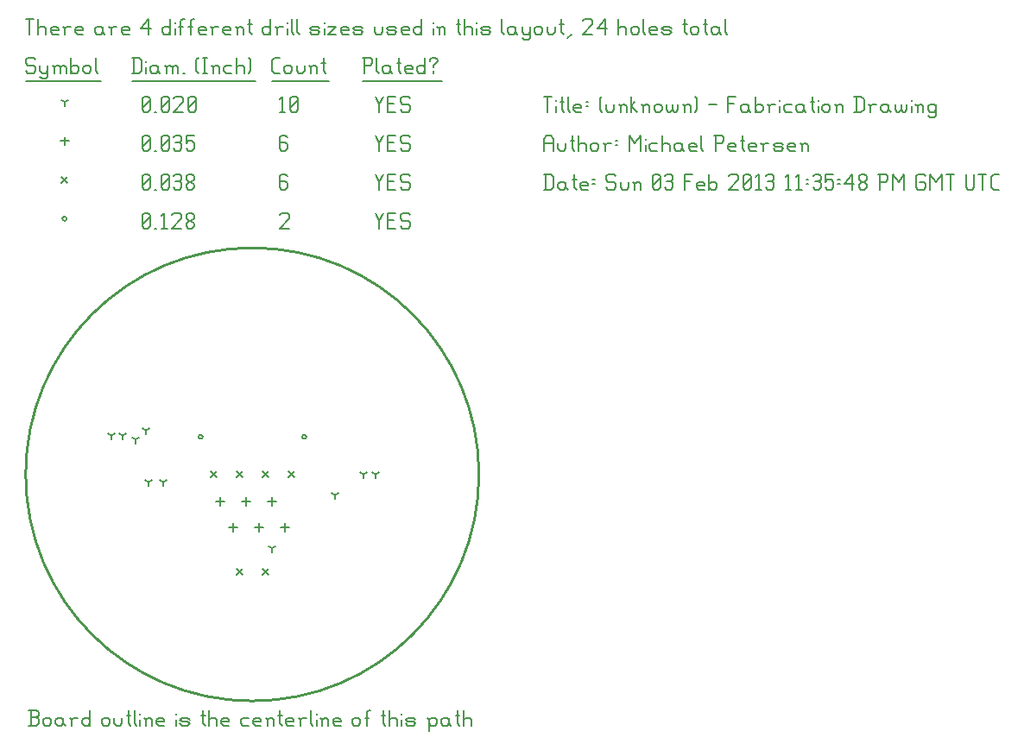
<source format=gbr>
G04 start of page 12 for group -3984 idx -3984 *
G04 Title: (unknown), fab *
G04 Creator: pcb 20110918 *
G04 CreationDate: Sun 03 Feb 2013 11:35:48 PM GMT UTC *
G04 For: petersen *
G04 Format: Gerber/RS-274X *
G04 PCB-Dimensions: 175000 175000 *
G04 PCB-Coordinate-Origin: lower left *
%MOIN*%
%FSLAX25Y25*%
%LNFAB*%
%ADD57C,0.0100*%
%ADD56C,0.0075*%
%ADD55C,0.0060*%
%ADD54R,0.0080X0.0080*%
G54D54*X106700Y102000D02*G75*G03X108300Y102000I800J0D01*G01*
G75*G03X106700Y102000I-800J0D01*G01*
X66700D02*G75*G03X68300Y102000I800J0D01*G01*
G75*G03X66700Y102000I-800J0D01*G01*
X14200Y186250D02*G75*G03X15800Y186250I800J0D01*G01*
G75*G03X14200Y186250I-800J0D01*G01*
G54D55*X135000Y188500D02*X136500Y185500D01*
X138000Y188500D01*
X136500Y185500D02*Y182500D01*
X139800Y185800D02*X142050D01*
X139800Y182500D02*X142800D01*
X139800Y188500D02*Y182500D01*
Y188500D02*X142800D01*
X147600D02*X148350Y187750D01*
X145350Y188500D02*X147600D01*
X144600Y187750D02*X145350Y188500D01*
X144600Y187750D02*Y186250D01*
X145350Y185500D01*
X147600D01*
X148350Y184750D01*
Y183250D01*
X147600Y182500D02*X148350Y183250D01*
X145350Y182500D02*X147600D01*
X144600Y183250D02*X145350Y182500D01*
X98000Y187750D02*X98750Y188500D01*
X101000D01*
X101750Y187750D01*
Y186250D01*
X98000Y182500D02*X101750Y186250D01*
X98000Y182500D02*X101750D01*
X45000Y183250D02*X45750Y182500D01*
X45000Y187750D02*Y183250D01*
Y187750D02*X45750Y188500D01*
X47250D01*
X48000Y187750D01*
Y183250D01*
X47250Y182500D02*X48000Y183250D01*
X45750Y182500D02*X47250D01*
X45000Y184000D02*X48000Y187000D01*
X49800Y182500D02*X50550D01*
X52350Y187300D02*X53550Y188500D01*
Y182500D01*
X52350D02*X54600D01*
X56400Y187750D02*X57150Y188500D01*
X59400D01*
X60150Y187750D01*
Y186250D01*
X56400Y182500D02*X60150Y186250D01*
X56400Y182500D02*X60150D01*
X61950Y183250D02*X62700Y182500D01*
X61950Y184450D02*Y183250D01*
Y184450D02*X63000Y185500D01*
X63900D01*
X64950Y184450D01*
Y183250D01*
X64200Y182500D02*X64950Y183250D01*
X62700Y182500D02*X64200D01*
X61950Y186550D02*X63000Y185500D01*
X61950Y187750D02*Y186550D01*
Y187750D02*X62700Y188500D01*
X64200D01*
X64950Y187750D01*
Y186550D01*
X63900Y185500D02*X64950Y186550D01*
X81300Y51200D02*X83700Y48800D01*
X81300D02*X83700Y51200D01*
X91300D02*X93700Y48800D01*
X91300D02*X93700Y51200D01*
X71300Y88700D02*X73700Y86300D01*
X71300D02*X73700Y88700D01*
X81300D02*X83700Y86300D01*
X81300D02*X83700Y88700D01*
X91300D02*X93700Y86300D01*
X91300D02*X93700Y88700D01*
X101300D02*X103700Y86300D01*
X101300D02*X103700Y88700D01*
X13800Y202450D02*X16200Y200050D01*
X13800D02*X16200Y202450D01*
X135000Y203500D02*X136500Y200500D01*
X138000Y203500D01*
X136500Y200500D02*Y197500D01*
X139800Y200800D02*X142050D01*
X139800Y197500D02*X142800D01*
X139800Y203500D02*Y197500D01*
Y203500D02*X142800D01*
X147600D02*X148350Y202750D01*
X145350Y203500D02*X147600D01*
X144600Y202750D02*X145350Y203500D01*
X144600Y202750D02*Y201250D01*
X145350Y200500D01*
X147600D01*
X148350Y199750D01*
Y198250D01*
X147600Y197500D02*X148350Y198250D01*
X145350Y197500D02*X147600D01*
X144600Y198250D02*X145350Y197500D01*
X100250Y203500D02*X101000Y202750D01*
X98750Y203500D02*X100250D01*
X98000Y202750D02*X98750Y203500D01*
X98000Y202750D02*Y198250D01*
X98750Y197500D01*
X100250Y200800D02*X101000Y200050D01*
X98000Y200800D02*X100250D01*
X98750Y197500D02*X100250D01*
X101000Y198250D01*
Y200050D02*Y198250D01*
X45000D02*X45750Y197500D01*
X45000Y202750D02*Y198250D01*
Y202750D02*X45750Y203500D01*
X47250D01*
X48000Y202750D01*
Y198250D01*
X47250Y197500D02*X48000Y198250D01*
X45750Y197500D02*X47250D01*
X45000Y199000D02*X48000Y202000D01*
X49800Y197500D02*X50550D01*
X52350Y198250D02*X53100Y197500D01*
X52350Y202750D02*Y198250D01*
Y202750D02*X53100Y203500D01*
X54600D01*
X55350Y202750D01*
Y198250D01*
X54600Y197500D02*X55350Y198250D01*
X53100Y197500D02*X54600D01*
X52350Y199000D02*X55350Y202000D01*
X57150Y202750D02*X57900Y203500D01*
X59400D01*
X60150Y202750D01*
X59400Y197500D02*X60150Y198250D01*
X57900Y197500D02*X59400D01*
X57150Y198250D02*X57900Y197500D01*
Y200800D02*X59400D01*
X60150Y202750D02*Y201550D01*
Y200050D02*Y198250D01*
Y200050D02*X59400Y200800D01*
X60150Y201550D02*X59400Y200800D01*
X61950Y198250D02*X62700Y197500D01*
X61950Y199450D02*Y198250D01*
Y199450D02*X63000Y200500D01*
X63900D01*
X64950Y199450D01*
Y198250D01*
X64200Y197500D02*X64950Y198250D01*
X62700Y197500D02*X64200D01*
X61950Y201550D02*X63000Y200500D01*
X61950Y202750D02*Y201550D01*
Y202750D02*X62700Y203500D01*
X64200D01*
X64950Y202750D01*
Y201550D01*
X63900Y200500D02*X64950Y201550D01*
X100000Y68600D02*Y65400D01*
X98400Y67000D02*X101600D01*
X95000Y78600D02*Y75400D01*
X93400Y77000D02*X96600D01*
X90000Y68600D02*Y65400D01*
X88400Y67000D02*X91600D01*
X85000Y78600D02*Y75400D01*
X83400Y77000D02*X86600D01*
X80000Y68600D02*Y65400D01*
X78400Y67000D02*X81600D01*
X75000Y78600D02*Y75400D01*
X73400Y77000D02*X76600D01*
X15000Y217850D02*Y214650D01*
X13400Y216250D02*X16600D01*
X135000Y218500D02*X136500Y215500D01*
X138000Y218500D01*
X136500Y215500D02*Y212500D01*
X139800Y215800D02*X142050D01*
X139800Y212500D02*X142800D01*
X139800Y218500D02*Y212500D01*
Y218500D02*X142800D01*
X147600D02*X148350Y217750D01*
X145350Y218500D02*X147600D01*
X144600Y217750D02*X145350Y218500D01*
X144600Y217750D02*Y216250D01*
X145350Y215500D01*
X147600D01*
X148350Y214750D01*
Y213250D01*
X147600Y212500D02*X148350Y213250D01*
X145350Y212500D02*X147600D01*
X144600Y213250D02*X145350Y212500D01*
X100250Y218500D02*X101000Y217750D01*
X98750Y218500D02*X100250D01*
X98000Y217750D02*X98750Y218500D01*
X98000Y217750D02*Y213250D01*
X98750Y212500D01*
X100250Y215800D02*X101000Y215050D01*
X98000Y215800D02*X100250D01*
X98750Y212500D02*X100250D01*
X101000Y213250D01*
Y215050D02*Y213250D01*
X45000D02*X45750Y212500D01*
X45000Y217750D02*Y213250D01*
Y217750D02*X45750Y218500D01*
X47250D01*
X48000Y217750D01*
Y213250D01*
X47250Y212500D02*X48000Y213250D01*
X45750Y212500D02*X47250D01*
X45000Y214000D02*X48000Y217000D01*
X49800Y212500D02*X50550D01*
X52350Y213250D02*X53100Y212500D01*
X52350Y217750D02*Y213250D01*
Y217750D02*X53100Y218500D01*
X54600D01*
X55350Y217750D01*
Y213250D01*
X54600Y212500D02*X55350Y213250D01*
X53100Y212500D02*X54600D01*
X52350Y214000D02*X55350Y217000D01*
X57150Y217750D02*X57900Y218500D01*
X59400D01*
X60150Y217750D01*
X59400Y212500D02*X60150Y213250D01*
X57900Y212500D02*X59400D01*
X57150Y213250D02*X57900Y212500D01*
Y215800D02*X59400D01*
X60150Y217750D02*Y216550D01*
Y215050D02*Y213250D01*
Y215050D02*X59400Y215800D01*
X60150Y216550D02*X59400Y215800D01*
X61950Y218500D02*X64950D01*
X61950D02*Y215500D01*
X62700Y216250D01*
X64200D01*
X64950Y215500D01*
Y213250D01*
X64200Y212500D02*X64950Y213250D01*
X62700Y212500D02*X64200D01*
X61950Y213250D02*X62700Y212500D01*
X95000Y59000D02*Y57400D01*
Y59000D02*X96387Y59800D01*
X95000Y59000D02*X93613Y59800D01*
X53000Y84500D02*Y82900D01*
Y84500D02*X54387Y85300D01*
X53000Y84500D02*X51613Y85300D01*
X47500Y84500D02*Y82900D01*
Y84500D02*X48887Y85300D01*
X47500Y84500D02*X46113Y85300D01*
X46500Y104500D02*Y102900D01*
Y104500D02*X47887Y105300D01*
X46500Y104500D02*X45113Y105300D01*
X42500Y101000D02*Y99400D01*
Y101000D02*X43887Y101800D01*
X42500Y101000D02*X41113Y101800D01*
X37500Y102500D02*Y100900D01*
Y102500D02*X38887Y103300D01*
X37500Y102500D02*X36113Y103300D01*
X33000Y102500D02*Y100900D01*
Y102500D02*X34387Y103300D01*
X33000Y102500D02*X31613Y103300D01*
X119500Y79500D02*Y77900D01*
Y79500D02*X120887Y80300D01*
X119500Y79500D02*X118113Y80300D01*
X130500Y87500D02*Y85900D01*
Y87500D02*X131887Y88300D01*
X130500Y87500D02*X129113Y88300D01*
X135000Y87500D02*Y85900D01*
Y87500D02*X136387Y88300D01*
X135000Y87500D02*X133613Y88300D01*
X15000Y231250D02*Y229650D01*
Y231250D02*X16387Y232050D01*
X15000Y231250D02*X13613Y232050D01*
X135000Y233500D02*X136500Y230500D01*
X138000Y233500D01*
X136500Y230500D02*Y227500D01*
X139800Y230800D02*X142050D01*
X139800Y227500D02*X142800D01*
X139800Y233500D02*Y227500D01*
Y233500D02*X142800D01*
X147600D02*X148350Y232750D01*
X145350Y233500D02*X147600D01*
X144600Y232750D02*X145350Y233500D01*
X144600Y232750D02*Y231250D01*
X145350Y230500D01*
X147600D01*
X148350Y229750D01*
Y228250D01*
X147600Y227500D02*X148350Y228250D01*
X145350Y227500D02*X147600D01*
X144600Y228250D02*X145350Y227500D01*
X98000Y232300D02*X99200Y233500D01*
Y227500D01*
X98000D02*X100250D01*
X102050Y228250D02*X102800Y227500D01*
X102050Y232750D02*Y228250D01*
Y232750D02*X102800Y233500D01*
X104300D01*
X105050Y232750D01*
Y228250D01*
X104300Y227500D02*X105050Y228250D01*
X102800Y227500D02*X104300D01*
X102050Y229000D02*X105050Y232000D01*
X45000Y228250D02*X45750Y227500D01*
X45000Y232750D02*Y228250D01*
Y232750D02*X45750Y233500D01*
X47250D01*
X48000Y232750D01*
Y228250D01*
X47250Y227500D02*X48000Y228250D01*
X45750Y227500D02*X47250D01*
X45000Y229000D02*X48000Y232000D01*
X49800Y227500D02*X50550D01*
X52350Y228250D02*X53100Y227500D01*
X52350Y232750D02*Y228250D01*
Y232750D02*X53100Y233500D01*
X54600D01*
X55350Y232750D01*
Y228250D01*
X54600Y227500D02*X55350Y228250D01*
X53100Y227500D02*X54600D01*
X52350Y229000D02*X55350Y232000D01*
X57150Y232750D02*X57900Y233500D01*
X60150D01*
X60900Y232750D01*
Y231250D01*
X57150Y227500D02*X60900Y231250D01*
X57150Y227500D02*X60900D01*
X62700Y228250D02*X63450Y227500D01*
X62700Y232750D02*Y228250D01*
Y232750D02*X63450Y233500D01*
X64950D01*
X65700Y232750D01*
Y228250D01*
X64950Y227500D02*X65700Y228250D01*
X63450Y227500D02*X64950D01*
X62700Y229000D02*X65700Y232000D01*
X3000Y248500D02*X3750Y247750D01*
X750Y248500D02*X3000D01*
X0Y247750D02*X750Y248500D01*
X0Y247750D02*Y246250D01*
X750Y245500D01*
X3000D01*
X3750Y244750D01*
Y243250D01*
X3000Y242500D02*X3750Y243250D01*
X750Y242500D02*X3000D01*
X0Y243250D02*X750Y242500D01*
X5550Y245500D02*Y243250D01*
X6300Y242500D01*
X8550Y245500D02*Y241000D01*
X7800Y240250D02*X8550Y241000D01*
X6300Y240250D02*X7800D01*
X5550Y241000D02*X6300Y240250D01*
Y242500D02*X7800D01*
X8550Y243250D01*
X11100Y244750D02*Y242500D01*
Y244750D02*X11850Y245500D01*
X12600D01*
X13350Y244750D01*
Y242500D01*
Y244750D02*X14100Y245500D01*
X14850D01*
X15600Y244750D01*
Y242500D01*
X10350Y245500D02*X11100Y244750D01*
X17400Y248500D02*Y242500D01*
Y243250D02*X18150Y242500D01*
X19650D01*
X20400Y243250D01*
Y244750D02*Y243250D01*
X19650Y245500D02*X20400Y244750D01*
X18150Y245500D02*X19650D01*
X17400Y244750D02*X18150Y245500D01*
X22200Y244750D02*Y243250D01*
Y244750D02*X22950Y245500D01*
X24450D01*
X25200Y244750D01*
Y243250D01*
X24450Y242500D02*X25200Y243250D01*
X22950Y242500D02*X24450D01*
X22200Y243250D02*X22950Y242500D01*
X27000Y248500D02*Y243250D01*
X27750Y242500D01*
X0Y239250D02*X29250D01*
X41750Y248500D02*Y242500D01*
X43700Y248500D02*X44750Y247450D01*
Y243550D01*
X43700Y242500D02*X44750Y243550D01*
X41000Y242500D02*X43700D01*
X41000Y248500D02*X43700D01*
G54D56*X46550Y247000D02*Y246850D01*
G54D55*Y244750D02*Y242500D01*
X50300Y245500D02*X51050Y244750D01*
X48800Y245500D02*X50300D01*
X48050Y244750D02*X48800Y245500D01*
X48050Y244750D02*Y243250D01*
X48800Y242500D01*
X51050Y245500D02*Y243250D01*
X51800Y242500D01*
X48800D02*X50300D01*
X51050Y243250D01*
X54350Y244750D02*Y242500D01*
Y244750D02*X55100Y245500D01*
X55850D01*
X56600Y244750D01*
Y242500D01*
Y244750D02*X57350Y245500D01*
X58100D01*
X58850Y244750D01*
Y242500D01*
X53600Y245500D02*X54350Y244750D01*
X60650Y242500D02*X61400D01*
X65900Y243250D02*X66650Y242500D01*
X65900Y247750D02*X66650Y248500D01*
X65900Y247750D02*Y243250D01*
X68450Y248500D02*X69950D01*
X69200D02*Y242500D01*
X68450D02*X69950D01*
X72500Y244750D02*Y242500D01*
Y244750D02*X73250Y245500D01*
X74000D01*
X74750Y244750D01*
Y242500D01*
X71750Y245500D02*X72500Y244750D01*
X77300Y245500D02*X79550D01*
X76550Y244750D02*X77300Y245500D01*
X76550Y244750D02*Y243250D01*
X77300Y242500D01*
X79550D01*
X81350Y248500D02*Y242500D01*
Y244750D02*X82100Y245500D01*
X83600D01*
X84350Y244750D01*
Y242500D01*
X86150Y248500D02*X86900Y247750D01*
Y243250D01*
X86150Y242500D02*X86900Y243250D01*
X41000Y239250D02*X88700D01*
X96050Y242500D02*X98000D01*
X95000Y243550D02*X96050Y242500D01*
X95000Y247450D02*Y243550D01*
Y247450D02*X96050Y248500D01*
X98000D01*
X99800Y244750D02*Y243250D01*
Y244750D02*X100550Y245500D01*
X102050D01*
X102800Y244750D01*
Y243250D01*
X102050Y242500D02*X102800Y243250D01*
X100550Y242500D02*X102050D01*
X99800Y243250D02*X100550Y242500D01*
X104600Y245500D02*Y243250D01*
X105350Y242500D01*
X106850D01*
X107600Y243250D01*
Y245500D02*Y243250D01*
X110150Y244750D02*Y242500D01*
Y244750D02*X110900Y245500D01*
X111650D01*
X112400Y244750D01*
Y242500D01*
X109400Y245500D02*X110150Y244750D01*
X114950Y248500D02*Y243250D01*
X115700Y242500D01*
X114200Y246250D02*X115700D01*
X95000Y239250D02*X117200D01*
X130750Y248500D02*Y242500D01*
X130000Y248500D02*X133000D01*
X133750Y247750D01*
Y246250D01*
X133000Y245500D02*X133750Y246250D01*
X130750Y245500D02*X133000D01*
X135550Y248500D02*Y243250D01*
X136300Y242500D01*
X140050Y245500D02*X140800Y244750D01*
X138550Y245500D02*X140050D01*
X137800Y244750D02*X138550Y245500D01*
X137800Y244750D02*Y243250D01*
X138550Y242500D01*
X140800Y245500D02*Y243250D01*
X141550Y242500D01*
X138550D02*X140050D01*
X140800Y243250D01*
X144100Y248500D02*Y243250D01*
X144850Y242500D01*
X143350Y246250D02*X144850D01*
X147100Y242500D02*X149350D01*
X146350Y243250D02*X147100Y242500D01*
X146350Y244750D02*Y243250D01*
Y244750D02*X147100Y245500D01*
X148600D01*
X149350Y244750D01*
X146350Y244000D02*X149350D01*
Y244750D02*Y244000D01*
X154150Y248500D02*Y242500D01*
X153400D02*X154150Y243250D01*
X151900Y242500D02*X153400D01*
X151150Y243250D02*X151900Y242500D01*
X151150Y244750D02*Y243250D01*
Y244750D02*X151900Y245500D01*
X153400D01*
X154150Y244750D01*
X157450Y245500D02*Y244750D01*
Y243250D02*Y242500D01*
X155950Y247750D02*Y247000D01*
Y247750D02*X156700Y248500D01*
X158200D01*
X158950Y247750D01*
Y247000D01*
X157450Y245500D02*X158950Y247000D01*
X130000Y239250D02*X160750D01*
X0Y263500D02*X3000D01*
X1500D02*Y257500D01*
X4800Y263500D02*Y257500D01*
Y259750D02*X5550Y260500D01*
X7050D01*
X7800Y259750D01*
Y257500D01*
X10350D02*X12600D01*
X9600Y258250D02*X10350Y257500D01*
X9600Y259750D02*Y258250D01*
Y259750D02*X10350Y260500D01*
X11850D01*
X12600Y259750D01*
X9600Y259000D02*X12600D01*
Y259750D02*Y259000D01*
X15150Y259750D02*Y257500D01*
Y259750D02*X15900Y260500D01*
X17400D01*
X14400D02*X15150Y259750D01*
X19950Y257500D02*X22200D01*
X19200Y258250D02*X19950Y257500D01*
X19200Y259750D02*Y258250D01*
Y259750D02*X19950Y260500D01*
X21450D01*
X22200Y259750D01*
X19200Y259000D02*X22200D01*
Y259750D02*Y259000D01*
X28950Y260500D02*X29700Y259750D01*
X27450Y260500D02*X28950D01*
X26700Y259750D02*X27450Y260500D01*
X26700Y259750D02*Y258250D01*
X27450Y257500D01*
X29700Y260500D02*Y258250D01*
X30450Y257500D01*
X27450D02*X28950D01*
X29700Y258250D01*
X33000Y259750D02*Y257500D01*
Y259750D02*X33750Y260500D01*
X35250D01*
X32250D02*X33000Y259750D01*
X37800Y257500D02*X40050D01*
X37050Y258250D02*X37800Y257500D01*
X37050Y259750D02*Y258250D01*
Y259750D02*X37800Y260500D01*
X39300D01*
X40050Y259750D01*
X37050Y259000D02*X40050D01*
Y259750D02*Y259000D01*
X44550Y259750D02*X47550Y263500D01*
X44550Y259750D02*X48300D01*
X47550Y263500D02*Y257500D01*
X55800Y263500D02*Y257500D01*
X55050D02*X55800Y258250D01*
X53550Y257500D02*X55050D01*
X52800Y258250D02*X53550Y257500D01*
X52800Y259750D02*Y258250D01*
Y259750D02*X53550Y260500D01*
X55050D01*
X55800Y259750D01*
G54D56*X57600Y262000D02*Y261850D01*
G54D55*Y259750D02*Y257500D01*
X59850Y262750D02*Y257500D01*
Y262750D02*X60600Y263500D01*
X61350D01*
X59100Y260500D02*X60600D01*
X63600Y262750D02*Y257500D01*
Y262750D02*X64350Y263500D01*
X65100D01*
X62850Y260500D02*X64350D01*
X67350Y257500D02*X69600D01*
X66600Y258250D02*X67350Y257500D01*
X66600Y259750D02*Y258250D01*
Y259750D02*X67350Y260500D01*
X68850D01*
X69600Y259750D01*
X66600Y259000D02*X69600D01*
Y259750D02*Y259000D01*
X72150Y259750D02*Y257500D01*
Y259750D02*X72900Y260500D01*
X74400D01*
X71400D02*X72150Y259750D01*
X76950Y257500D02*X79200D01*
X76200Y258250D02*X76950Y257500D01*
X76200Y259750D02*Y258250D01*
Y259750D02*X76950Y260500D01*
X78450D01*
X79200Y259750D01*
X76200Y259000D02*X79200D01*
Y259750D02*Y259000D01*
X81750Y259750D02*Y257500D01*
Y259750D02*X82500Y260500D01*
X83250D01*
X84000Y259750D01*
Y257500D01*
X81000Y260500D02*X81750Y259750D01*
X86550Y263500D02*Y258250D01*
X87300Y257500D01*
X85800Y261250D02*X87300D01*
X94500Y263500D02*Y257500D01*
X93750D02*X94500Y258250D01*
X92250Y257500D02*X93750D01*
X91500Y258250D02*X92250Y257500D01*
X91500Y259750D02*Y258250D01*
Y259750D02*X92250Y260500D01*
X93750D01*
X94500Y259750D01*
X97050D02*Y257500D01*
Y259750D02*X97800Y260500D01*
X99300D01*
X96300D02*X97050Y259750D01*
G54D56*X101100Y262000D02*Y261850D01*
G54D55*Y259750D02*Y257500D01*
X102600Y263500D02*Y258250D01*
X103350Y257500D01*
X104850Y263500D02*Y258250D01*
X105600Y257500D01*
X110550D02*X112800D01*
X113550Y258250D01*
X112800Y259000D02*X113550Y258250D01*
X110550Y259000D02*X112800D01*
X109800Y259750D02*X110550Y259000D01*
X109800Y259750D02*X110550Y260500D01*
X112800D01*
X113550Y259750D01*
X109800Y258250D02*X110550Y257500D01*
G54D56*X115350Y262000D02*Y261850D01*
G54D55*Y259750D02*Y257500D01*
X116850Y260500D02*X119850D01*
X116850Y257500D02*X119850Y260500D01*
X116850Y257500D02*X119850D01*
X122400D02*X124650D01*
X121650Y258250D02*X122400Y257500D01*
X121650Y259750D02*Y258250D01*
Y259750D02*X122400Y260500D01*
X123900D01*
X124650Y259750D01*
X121650Y259000D02*X124650D01*
Y259750D02*Y259000D01*
X127200Y257500D02*X129450D01*
X130200Y258250D01*
X129450Y259000D02*X130200Y258250D01*
X127200Y259000D02*X129450D01*
X126450Y259750D02*X127200Y259000D01*
X126450Y259750D02*X127200Y260500D01*
X129450D01*
X130200Y259750D01*
X126450Y258250D02*X127200Y257500D01*
X134700Y260500D02*Y258250D01*
X135450Y257500D01*
X136950D01*
X137700Y258250D01*
Y260500D02*Y258250D01*
X140250Y257500D02*X142500D01*
X143250Y258250D01*
X142500Y259000D02*X143250Y258250D01*
X140250Y259000D02*X142500D01*
X139500Y259750D02*X140250Y259000D01*
X139500Y259750D02*X140250Y260500D01*
X142500D01*
X143250Y259750D01*
X139500Y258250D02*X140250Y257500D01*
X145800D02*X148050D01*
X145050Y258250D02*X145800Y257500D01*
X145050Y259750D02*Y258250D01*
Y259750D02*X145800Y260500D01*
X147300D01*
X148050Y259750D01*
X145050Y259000D02*X148050D01*
Y259750D02*Y259000D01*
X152850Y263500D02*Y257500D01*
X152100D02*X152850Y258250D01*
X150600Y257500D02*X152100D01*
X149850Y258250D02*X150600Y257500D01*
X149850Y259750D02*Y258250D01*
Y259750D02*X150600Y260500D01*
X152100D01*
X152850Y259750D01*
G54D56*X157350Y262000D02*Y261850D01*
G54D55*Y259750D02*Y257500D01*
X159600Y259750D02*Y257500D01*
Y259750D02*X160350Y260500D01*
X161100D01*
X161850Y259750D01*
Y257500D01*
X158850Y260500D02*X159600Y259750D01*
X167100Y263500D02*Y258250D01*
X167850Y257500D01*
X166350Y261250D02*X167850D01*
X169350Y263500D02*Y257500D01*
Y259750D02*X170100Y260500D01*
X171600D01*
X172350Y259750D01*
Y257500D01*
G54D56*X174150Y262000D02*Y261850D01*
G54D55*Y259750D02*Y257500D01*
X176400D02*X178650D01*
X179400Y258250D01*
X178650Y259000D02*X179400Y258250D01*
X176400Y259000D02*X178650D01*
X175650Y259750D02*X176400Y259000D01*
X175650Y259750D02*X176400Y260500D01*
X178650D01*
X179400Y259750D01*
X175650Y258250D02*X176400Y257500D01*
X183900Y263500D02*Y258250D01*
X184650Y257500D01*
X188400Y260500D02*X189150Y259750D01*
X186900Y260500D02*X188400D01*
X186150Y259750D02*X186900Y260500D01*
X186150Y259750D02*Y258250D01*
X186900Y257500D01*
X189150Y260500D02*Y258250D01*
X189900Y257500D01*
X186900D02*X188400D01*
X189150Y258250D01*
X191700Y260500D02*Y258250D01*
X192450Y257500D01*
X194700Y260500D02*Y256000D01*
X193950Y255250D02*X194700Y256000D01*
X192450Y255250D02*X193950D01*
X191700Y256000D02*X192450Y255250D01*
Y257500D02*X193950D01*
X194700Y258250D01*
X196500Y259750D02*Y258250D01*
Y259750D02*X197250Y260500D01*
X198750D01*
X199500Y259750D01*
Y258250D01*
X198750Y257500D02*X199500Y258250D01*
X197250Y257500D02*X198750D01*
X196500Y258250D02*X197250Y257500D01*
X201300Y260500D02*Y258250D01*
X202050Y257500D01*
X203550D01*
X204300Y258250D01*
Y260500D02*Y258250D01*
X206850Y263500D02*Y258250D01*
X207600Y257500D01*
X206100Y261250D02*X207600D01*
X209100Y256000D02*X210600Y257500D01*
X215100Y262750D02*X215850Y263500D01*
X218100D01*
X218850Y262750D01*
Y261250D01*
X215100Y257500D02*X218850Y261250D01*
X215100Y257500D02*X218850D01*
X220650Y259750D02*X223650Y263500D01*
X220650Y259750D02*X224400D01*
X223650Y263500D02*Y257500D01*
X228900Y263500D02*Y257500D01*
Y259750D02*X229650Y260500D01*
X231150D01*
X231900Y259750D01*
Y257500D01*
X233700Y259750D02*Y258250D01*
Y259750D02*X234450Y260500D01*
X235950D01*
X236700Y259750D01*
Y258250D01*
X235950Y257500D02*X236700Y258250D01*
X234450Y257500D02*X235950D01*
X233700Y258250D02*X234450Y257500D01*
X238500Y263500D02*Y258250D01*
X239250Y257500D01*
X241500D02*X243750D01*
X240750Y258250D02*X241500Y257500D01*
X240750Y259750D02*Y258250D01*
Y259750D02*X241500Y260500D01*
X243000D01*
X243750Y259750D01*
X240750Y259000D02*X243750D01*
Y259750D02*Y259000D01*
X246300Y257500D02*X248550D01*
X249300Y258250D01*
X248550Y259000D02*X249300Y258250D01*
X246300Y259000D02*X248550D01*
X245550Y259750D02*X246300Y259000D01*
X245550Y259750D02*X246300Y260500D01*
X248550D01*
X249300Y259750D01*
X245550Y258250D02*X246300Y257500D01*
X254550Y263500D02*Y258250D01*
X255300Y257500D01*
X253800Y261250D02*X255300D01*
X256800Y259750D02*Y258250D01*
Y259750D02*X257550Y260500D01*
X259050D01*
X259800Y259750D01*
Y258250D01*
X259050Y257500D02*X259800Y258250D01*
X257550Y257500D02*X259050D01*
X256800Y258250D02*X257550Y257500D01*
X262350Y263500D02*Y258250D01*
X263100Y257500D01*
X261600Y261250D02*X263100D01*
X266850Y260500D02*X267600Y259750D01*
X265350Y260500D02*X266850D01*
X264600Y259750D02*X265350Y260500D01*
X264600Y259750D02*Y258250D01*
X265350Y257500D01*
X267600Y260500D02*Y258250D01*
X268350Y257500D01*
X265350D02*X266850D01*
X267600Y258250D01*
X270150Y263500D02*Y258250D01*
X270900Y257500D01*
G54D57*X0Y87500D02*G75*G03X0Y87500I87500J0D01*G01*
G54D55*X1175Y-9500D02*X4175D01*
X4925Y-8750D01*
Y-6950D02*Y-8750D01*
X4175Y-6200D02*X4925Y-6950D01*
X1925Y-6200D02*X4175D01*
X1925Y-3500D02*Y-9500D01*
X1175Y-3500D02*X4175D01*
X4925Y-4250D01*
Y-5450D01*
X4175Y-6200D02*X4925Y-5450D01*
X6725Y-7250D02*Y-8750D01*
Y-7250D02*X7475Y-6500D01*
X8975D01*
X9725Y-7250D01*
Y-8750D01*
X8975Y-9500D02*X9725Y-8750D01*
X7475Y-9500D02*X8975D01*
X6725Y-8750D02*X7475Y-9500D01*
X13775Y-6500D02*X14525Y-7250D01*
X12275Y-6500D02*X13775D01*
X11525Y-7250D02*X12275Y-6500D01*
X11525Y-7250D02*Y-8750D01*
X12275Y-9500D01*
X14525Y-6500D02*Y-8750D01*
X15275Y-9500D01*
X12275D02*X13775D01*
X14525Y-8750D01*
X17825Y-7250D02*Y-9500D01*
Y-7250D02*X18575Y-6500D01*
X20075D01*
X17075D02*X17825Y-7250D01*
X24875Y-3500D02*Y-9500D01*
X24125D02*X24875Y-8750D01*
X22625Y-9500D02*X24125D01*
X21875Y-8750D02*X22625Y-9500D01*
X21875Y-7250D02*Y-8750D01*
Y-7250D02*X22625Y-6500D01*
X24125D01*
X24875Y-7250D01*
X29375D02*Y-8750D01*
Y-7250D02*X30125Y-6500D01*
X31625D01*
X32375Y-7250D01*
Y-8750D01*
X31625Y-9500D02*X32375Y-8750D01*
X30125Y-9500D02*X31625D01*
X29375Y-8750D02*X30125Y-9500D01*
X34175Y-6500D02*Y-8750D01*
X34925Y-9500D01*
X36425D01*
X37175Y-8750D01*
Y-6500D02*Y-8750D01*
X39725Y-3500D02*Y-8750D01*
X40475Y-9500D01*
X38975Y-5750D02*X40475D01*
X41975Y-3500D02*Y-8750D01*
X42725Y-9500D01*
G54D56*X44225Y-5000D02*Y-5150D01*
G54D55*Y-7250D02*Y-9500D01*
X46475Y-7250D02*Y-9500D01*
Y-7250D02*X47225Y-6500D01*
X47975D01*
X48725Y-7250D01*
Y-9500D01*
X45725Y-6500D02*X46475Y-7250D01*
X51275Y-9500D02*X53525D01*
X50525Y-8750D02*X51275Y-9500D01*
X50525Y-7250D02*Y-8750D01*
Y-7250D02*X51275Y-6500D01*
X52775D01*
X53525Y-7250D01*
X50525Y-8000D02*X53525D01*
Y-7250D02*Y-8000D01*
G54D56*X58025Y-5000D02*Y-5150D01*
G54D55*Y-7250D02*Y-9500D01*
X60275D02*X62525D01*
X63275Y-8750D01*
X62525Y-8000D02*X63275Y-8750D01*
X60275Y-8000D02*X62525D01*
X59525Y-7250D02*X60275Y-8000D01*
X59525Y-7250D02*X60275Y-6500D01*
X62525D01*
X63275Y-7250D01*
X59525Y-8750D02*X60275Y-9500D01*
X68525Y-3500D02*Y-8750D01*
X69275Y-9500D01*
X67775Y-5750D02*X69275D01*
X70775Y-3500D02*Y-9500D01*
Y-7250D02*X71525Y-6500D01*
X73025D01*
X73775Y-7250D01*
Y-9500D01*
X76325D02*X78575D01*
X75575Y-8750D02*X76325Y-9500D01*
X75575Y-7250D02*Y-8750D01*
Y-7250D02*X76325Y-6500D01*
X77825D01*
X78575Y-7250D01*
X75575Y-8000D02*X78575D01*
Y-7250D02*Y-8000D01*
X83825Y-6500D02*X86075D01*
X83075Y-7250D02*X83825Y-6500D01*
X83075Y-7250D02*Y-8750D01*
X83825Y-9500D01*
X86075D01*
X88625D02*X90875D01*
X87875Y-8750D02*X88625Y-9500D01*
X87875Y-7250D02*Y-8750D01*
Y-7250D02*X88625Y-6500D01*
X90125D01*
X90875Y-7250D01*
X87875Y-8000D02*X90875D01*
Y-7250D02*Y-8000D01*
X93425Y-7250D02*Y-9500D01*
Y-7250D02*X94175Y-6500D01*
X94925D01*
X95675Y-7250D01*
Y-9500D01*
X92675Y-6500D02*X93425Y-7250D01*
X98225Y-3500D02*Y-8750D01*
X98975Y-9500D01*
X97475Y-5750D02*X98975D01*
X101225Y-9500D02*X103475D01*
X100475Y-8750D02*X101225Y-9500D01*
X100475Y-7250D02*Y-8750D01*
Y-7250D02*X101225Y-6500D01*
X102725D01*
X103475Y-7250D01*
X100475Y-8000D02*X103475D01*
Y-7250D02*Y-8000D01*
X106025Y-7250D02*Y-9500D01*
Y-7250D02*X106775Y-6500D01*
X108275D01*
X105275D02*X106025Y-7250D01*
X110075Y-3500D02*Y-8750D01*
X110825Y-9500D01*
G54D56*X112325Y-5000D02*Y-5150D01*
G54D55*Y-7250D02*Y-9500D01*
X114575Y-7250D02*Y-9500D01*
Y-7250D02*X115325Y-6500D01*
X116075D01*
X116825Y-7250D01*
Y-9500D01*
X113825Y-6500D02*X114575Y-7250D01*
X119375Y-9500D02*X121625D01*
X118625Y-8750D02*X119375Y-9500D01*
X118625Y-7250D02*Y-8750D01*
Y-7250D02*X119375Y-6500D01*
X120875D01*
X121625Y-7250D01*
X118625Y-8000D02*X121625D01*
Y-7250D02*Y-8000D01*
X126125Y-7250D02*Y-8750D01*
Y-7250D02*X126875Y-6500D01*
X128375D01*
X129125Y-7250D01*
Y-8750D01*
X128375Y-9500D02*X129125Y-8750D01*
X126875Y-9500D02*X128375D01*
X126125Y-8750D02*X126875Y-9500D01*
X131675Y-4250D02*Y-9500D01*
Y-4250D02*X132425Y-3500D01*
X133175D01*
X130925Y-6500D02*X132425D01*
X138125Y-3500D02*Y-8750D01*
X138875Y-9500D01*
X137375Y-5750D02*X138875D01*
X140375Y-3500D02*Y-9500D01*
Y-7250D02*X141125Y-6500D01*
X142625D01*
X143375Y-7250D01*
Y-9500D01*
G54D56*X145175Y-5000D02*Y-5150D01*
G54D55*Y-7250D02*Y-9500D01*
X147425D02*X149675D01*
X150425Y-8750D01*
X149675Y-8000D02*X150425Y-8750D01*
X147425Y-8000D02*X149675D01*
X146675Y-7250D02*X147425Y-8000D01*
X146675Y-7250D02*X147425Y-6500D01*
X149675D01*
X150425Y-7250D01*
X146675Y-8750D02*X147425Y-9500D01*
X155675Y-7250D02*Y-11750D01*
X154925Y-6500D02*X155675Y-7250D01*
X156425Y-6500D01*
X157925D01*
X158675Y-7250D01*
Y-8750D01*
X157925Y-9500D02*X158675Y-8750D01*
X156425Y-9500D02*X157925D01*
X155675Y-8750D02*X156425Y-9500D01*
X162725Y-6500D02*X163475Y-7250D01*
X161225Y-6500D02*X162725D01*
X160475Y-7250D02*X161225Y-6500D01*
X160475Y-7250D02*Y-8750D01*
X161225Y-9500D01*
X163475Y-6500D02*Y-8750D01*
X164225Y-9500D01*
X161225D02*X162725D01*
X163475Y-8750D01*
X166775Y-3500D02*Y-8750D01*
X167525Y-9500D01*
X166025Y-5750D02*X167525D01*
X169025Y-3500D02*Y-9500D01*
Y-7250D02*X169775Y-6500D01*
X171275D01*
X172025Y-7250D01*
Y-9500D01*
X200750Y203500D02*Y197500D01*
X202700Y203500D02*X203750Y202450D01*
Y198550D01*
X202700Y197500D02*X203750Y198550D01*
X200000Y197500D02*X202700D01*
X200000Y203500D02*X202700D01*
X207800Y200500D02*X208550Y199750D01*
X206300Y200500D02*X207800D01*
X205550Y199750D02*X206300Y200500D01*
X205550Y199750D02*Y198250D01*
X206300Y197500D01*
X208550Y200500D02*Y198250D01*
X209300Y197500D01*
X206300D02*X207800D01*
X208550Y198250D01*
X211850Y203500D02*Y198250D01*
X212600Y197500D01*
X211100Y201250D02*X212600D01*
X214850Y197500D02*X217100D01*
X214100Y198250D02*X214850Y197500D01*
X214100Y199750D02*Y198250D01*
Y199750D02*X214850Y200500D01*
X216350D01*
X217100Y199750D01*
X214100Y199000D02*X217100D01*
Y199750D02*Y199000D01*
X218900Y201250D02*X219650D01*
X218900Y199750D02*X219650D01*
X227150Y203500D02*X227900Y202750D01*
X224900Y203500D02*X227150D01*
X224150Y202750D02*X224900Y203500D01*
X224150Y202750D02*Y201250D01*
X224900Y200500D01*
X227150D01*
X227900Y199750D01*
Y198250D01*
X227150Y197500D02*X227900Y198250D01*
X224900Y197500D02*X227150D01*
X224150Y198250D02*X224900Y197500D01*
X229700Y200500D02*Y198250D01*
X230450Y197500D01*
X231950D01*
X232700Y198250D01*
Y200500D02*Y198250D01*
X235250Y199750D02*Y197500D01*
Y199750D02*X236000Y200500D01*
X236750D01*
X237500Y199750D01*
Y197500D01*
X234500Y200500D02*X235250Y199750D01*
X242000Y198250D02*X242750Y197500D01*
X242000Y202750D02*Y198250D01*
Y202750D02*X242750Y203500D01*
X244250D01*
X245000Y202750D01*
Y198250D01*
X244250Y197500D02*X245000Y198250D01*
X242750Y197500D02*X244250D01*
X242000Y199000D02*X245000Y202000D01*
X246800Y202750D02*X247550Y203500D01*
X249050D01*
X249800Y202750D01*
X249050Y197500D02*X249800Y198250D01*
X247550Y197500D02*X249050D01*
X246800Y198250D02*X247550Y197500D01*
Y200800D02*X249050D01*
X249800Y202750D02*Y201550D01*
Y200050D02*Y198250D01*
Y200050D02*X249050Y200800D01*
X249800Y201550D02*X249050Y200800D01*
X254300Y203500D02*Y197500D01*
Y203500D02*X257300D01*
X254300Y200800D02*X256550D01*
X259850Y197500D02*X262100D01*
X259100Y198250D02*X259850Y197500D01*
X259100Y199750D02*Y198250D01*
Y199750D02*X259850Y200500D01*
X261350D01*
X262100Y199750D01*
X259100Y199000D02*X262100D01*
Y199750D02*Y199000D01*
X263900Y203500D02*Y197500D01*
Y198250D02*X264650Y197500D01*
X266150D01*
X266900Y198250D01*
Y199750D02*Y198250D01*
X266150Y200500D02*X266900Y199750D01*
X264650Y200500D02*X266150D01*
X263900Y199750D02*X264650Y200500D01*
X271400Y202750D02*X272150Y203500D01*
X274400D01*
X275150Y202750D01*
Y201250D01*
X271400Y197500D02*X275150Y201250D01*
X271400Y197500D02*X275150D01*
X276950Y198250D02*X277700Y197500D01*
X276950Y202750D02*Y198250D01*
Y202750D02*X277700Y203500D01*
X279200D01*
X279950Y202750D01*
Y198250D01*
X279200Y197500D02*X279950Y198250D01*
X277700Y197500D02*X279200D01*
X276950Y199000D02*X279950Y202000D01*
X281750Y202300D02*X282950Y203500D01*
Y197500D01*
X281750D02*X284000D01*
X285800Y202750D02*X286550Y203500D01*
X288050D01*
X288800Y202750D01*
X288050Y197500D02*X288800Y198250D01*
X286550Y197500D02*X288050D01*
X285800Y198250D02*X286550Y197500D01*
Y200800D02*X288050D01*
X288800Y202750D02*Y201550D01*
Y200050D02*Y198250D01*
Y200050D02*X288050Y200800D01*
X288800Y201550D02*X288050Y200800D01*
X293300Y202300D02*X294500Y203500D01*
Y197500D01*
X293300D02*X295550D01*
X297350Y202300D02*X298550Y203500D01*
Y197500D01*
X297350D02*X299600D01*
X301400Y201250D02*X302150D01*
X301400Y199750D02*X302150D01*
X303950Y202750D02*X304700Y203500D01*
X306200D01*
X306950Y202750D01*
X306200Y197500D02*X306950Y198250D01*
X304700Y197500D02*X306200D01*
X303950Y198250D02*X304700Y197500D01*
Y200800D02*X306200D01*
X306950Y202750D02*Y201550D01*
Y200050D02*Y198250D01*
Y200050D02*X306200Y200800D01*
X306950Y201550D02*X306200Y200800D01*
X308750Y203500D02*X311750D01*
X308750D02*Y200500D01*
X309500Y201250D01*
X311000D01*
X311750Y200500D01*
Y198250D01*
X311000Y197500D02*X311750Y198250D01*
X309500Y197500D02*X311000D01*
X308750Y198250D02*X309500Y197500D01*
X313550Y201250D02*X314300D01*
X313550Y199750D02*X314300D01*
X316100D02*X319100Y203500D01*
X316100Y199750D02*X319850D01*
X319100Y203500D02*Y197500D01*
X321650Y198250D02*X322400Y197500D01*
X321650Y199450D02*Y198250D01*
Y199450D02*X322700Y200500D01*
X323600D01*
X324650Y199450D01*
Y198250D01*
X323900Y197500D02*X324650Y198250D01*
X322400Y197500D02*X323900D01*
X321650Y201550D02*X322700Y200500D01*
X321650Y202750D02*Y201550D01*
Y202750D02*X322400Y203500D01*
X323900D01*
X324650Y202750D01*
Y201550D01*
X323600Y200500D02*X324650Y201550D01*
X329900Y203500D02*Y197500D01*
X329150Y203500D02*X332150D01*
X332900Y202750D01*
Y201250D01*
X332150Y200500D02*X332900Y201250D01*
X329900Y200500D02*X332150D01*
X334700Y203500D02*Y197500D01*
Y203500D02*X336950Y200500D01*
X339200Y203500D01*
Y197500D01*
X346700Y203500D02*X347450Y202750D01*
X344450Y203500D02*X346700D01*
X343700Y202750D02*X344450Y203500D01*
X343700Y202750D02*Y198250D01*
X344450Y197500D01*
X346700D01*
X347450Y198250D01*
Y199750D02*Y198250D01*
X346700Y200500D02*X347450Y199750D01*
X345200Y200500D02*X346700D01*
X349250Y203500D02*Y197500D01*
Y203500D02*X351500Y200500D01*
X353750Y203500D01*
Y197500D01*
X355550Y203500D02*X358550D01*
X357050D02*Y197500D01*
X363050Y203500D02*Y198250D01*
X363800Y197500D01*
X365300D01*
X366050Y198250D01*
Y203500D02*Y198250D01*
X367850Y203500D02*X370850D01*
X369350D02*Y197500D01*
X373700D02*X375650D01*
X372650Y198550D02*X373700Y197500D01*
X372650Y202450D02*Y198550D01*
Y202450D02*X373700Y203500D01*
X375650D01*
X200000Y217000D02*Y212500D01*
Y217000D02*X201050Y218500D01*
X202700D01*
X203750Y217000D01*
Y212500D01*
X200000Y215500D02*X203750D01*
X205550D02*Y213250D01*
X206300Y212500D01*
X207800D01*
X208550Y213250D01*
Y215500D02*Y213250D01*
X211100Y218500D02*Y213250D01*
X211850Y212500D01*
X210350Y216250D02*X211850D01*
X213350Y218500D02*Y212500D01*
Y214750D02*X214100Y215500D01*
X215600D01*
X216350Y214750D01*
Y212500D01*
X218150Y214750D02*Y213250D01*
Y214750D02*X218900Y215500D01*
X220400D01*
X221150Y214750D01*
Y213250D01*
X220400Y212500D02*X221150Y213250D01*
X218900Y212500D02*X220400D01*
X218150Y213250D02*X218900Y212500D01*
X223700Y214750D02*Y212500D01*
Y214750D02*X224450Y215500D01*
X225950D01*
X222950D02*X223700Y214750D01*
X227750Y216250D02*X228500D01*
X227750Y214750D02*X228500D01*
X233000Y218500D02*Y212500D01*
Y218500D02*X235250Y215500D01*
X237500Y218500D01*
Y212500D01*
G54D56*X239300Y217000D02*Y216850D01*
G54D55*Y214750D02*Y212500D01*
X241550Y215500D02*X243800D01*
X240800Y214750D02*X241550Y215500D01*
X240800Y214750D02*Y213250D01*
X241550Y212500D01*
X243800D01*
X245600Y218500D02*Y212500D01*
Y214750D02*X246350Y215500D01*
X247850D01*
X248600Y214750D01*
Y212500D01*
X252650Y215500D02*X253400Y214750D01*
X251150Y215500D02*X252650D01*
X250400Y214750D02*X251150Y215500D01*
X250400Y214750D02*Y213250D01*
X251150Y212500D01*
X253400Y215500D02*Y213250D01*
X254150Y212500D01*
X251150D02*X252650D01*
X253400Y213250D01*
X256700Y212500D02*X258950D01*
X255950Y213250D02*X256700Y212500D01*
X255950Y214750D02*Y213250D01*
Y214750D02*X256700Y215500D01*
X258200D01*
X258950Y214750D01*
X255950Y214000D02*X258950D01*
Y214750D02*Y214000D01*
X260750Y218500D02*Y213250D01*
X261500Y212500D01*
X266450Y218500D02*Y212500D01*
X265700Y218500D02*X268700D01*
X269450Y217750D01*
Y216250D01*
X268700Y215500D02*X269450Y216250D01*
X266450Y215500D02*X268700D01*
X272000Y212500D02*X274250D01*
X271250Y213250D02*X272000Y212500D01*
X271250Y214750D02*Y213250D01*
Y214750D02*X272000Y215500D01*
X273500D01*
X274250Y214750D01*
X271250Y214000D02*X274250D01*
Y214750D02*Y214000D01*
X276800Y218500D02*Y213250D01*
X277550Y212500D01*
X276050Y216250D02*X277550D01*
X279800Y212500D02*X282050D01*
X279050Y213250D02*X279800Y212500D01*
X279050Y214750D02*Y213250D01*
Y214750D02*X279800Y215500D01*
X281300D01*
X282050Y214750D01*
X279050Y214000D02*X282050D01*
Y214750D02*Y214000D01*
X284600Y214750D02*Y212500D01*
Y214750D02*X285350Y215500D01*
X286850D01*
X283850D02*X284600Y214750D01*
X289400Y212500D02*X291650D01*
X292400Y213250D01*
X291650Y214000D02*X292400Y213250D01*
X289400Y214000D02*X291650D01*
X288650Y214750D02*X289400Y214000D01*
X288650Y214750D02*X289400Y215500D01*
X291650D01*
X292400Y214750D01*
X288650Y213250D02*X289400Y212500D01*
X294950D02*X297200D01*
X294200Y213250D02*X294950Y212500D01*
X294200Y214750D02*Y213250D01*
Y214750D02*X294950Y215500D01*
X296450D01*
X297200Y214750D01*
X294200Y214000D02*X297200D01*
Y214750D02*Y214000D01*
X299750Y214750D02*Y212500D01*
Y214750D02*X300500Y215500D01*
X301250D01*
X302000Y214750D01*
Y212500D01*
X299000Y215500D02*X299750Y214750D01*
X200000Y233500D02*X203000D01*
X201500D02*Y227500D01*
G54D56*X204800Y232000D02*Y231850D01*
G54D55*Y229750D02*Y227500D01*
X207050Y233500D02*Y228250D01*
X207800Y227500D01*
X206300Y231250D02*X207800D01*
X209300Y233500D02*Y228250D01*
X210050Y227500D01*
X212300D02*X214550D01*
X211550Y228250D02*X212300Y227500D01*
X211550Y229750D02*Y228250D01*
Y229750D02*X212300Y230500D01*
X213800D01*
X214550Y229750D01*
X211550Y229000D02*X214550D01*
Y229750D02*Y229000D01*
X216350Y231250D02*X217100D01*
X216350Y229750D02*X217100D01*
X221600Y228250D02*X222350Y227500D01*
X221600Y232750D02*X222350Y233500D01*
X221600Y232750D02*Y228250D01*
X224150Y230500D02*Y228250D01*
X224900Y227500D01*
X226400D01*
X227150Y228250D01*
Y230500D02*Y228250D01*
X229700Y229750D02*Y227500D01*
Y229750D02*X230450Y230500D01*
X231200D01*
X231950Y229750D01*
Y227500D01*
X228950Y230500D02*X229700Y229750D01*
X233750Y233500D02*Y227500D01*
Y229750D02*X236000Y227500D01*
X233750Y229750D02*X235250Y231250D01*
X238550Y229750D02*Y227500D01*
Y229750D02*X239300Y230500D01*
X240050D01*
X240800Y229750D01*
Y227500D01*
X237800Y230500D02*X238550Y229750D01*
X242600D02*Y228250D01*
Y229750D02*X243350Y230500D01*
X244850D01*
X245600Y229750D01*
Y228250D01*
X244850Y227500D02*X245600Y228250D01*
X243350Y227500D02*X244850D01*
X242600Y228250D02*X243350Y227500D01*
X247400Y230500D02*Y228250D01*
X248150Y227500D01*
X248900D01*
X249650Y228250D01*
Y230500D02*Y228250D01*
X250400Y227500D01*
X251150D01*
X251900Y228250D01*
Y230500D02*Y228250D01*
X254450Y229750D02*Y227500D01*
Y229750D02*X255200Y230500D01*
X255950D01*
X256700Y229750D01*
Y227500D01*
X253700Y230500D02*X254450Y229750D01*
X258500Y233500D02*X259250Y232750D01*
Y228250D01*
X258500Y227500D02*X259250Y228250D01*
X263750Y230500D02*X266750D01*
X271250Y233500D02*Y227500D01*
Y233500D02*X274250D01*
X271250Y230800D02*X273500D01*
X278300Y230500D02*X279050Y229750D01*
X276800Y230500D02*X278300D01*
X276050Y229750D02*X276800Y230500D01*
X276050Y229750D02*Y228250D01*
X276800Y227500D01*
X279050Y230500D02*Y228250D01*
X279800Y227500D01*
X276800D02*X278300D01*
X279050Y228250D01*
X281600Y233500D02*Y227500D01*
Y228250D02*X282350Y227500D01*
X283850D01*
X284600Y228250D01*
Y229750D02*Y228250D01*
X283850Y230500D02*X284600Y229750D01*
X282350Y230500D02*X283850D01*
X281600Y229750D02*X282350Y230500D01*
X287150Y229750D02*Y227500D01*
Y229750D02*X287900Y230500D01*
X289400D01*
X286400D02*X287150Y229750D01*
G54D56*X291200Y232000D02*Y231850D01*
G54D55*Y229750D02*Y227500D01*
X293450Y230500D02*X295700D01*
X292700Y229750D02*X293450Y230500D01*
X292700Y229750D02*Y228250D01*
X293450Y227500D01*
X295700D01*
X299750Y230500D02*X300500Y229750D01*
X298250Y230500D02*X299750D01*
X297500Y229750D02*X298250Y230500D01*
X297500Y229750D02*Y228250D01*
X298250Y227500D01*
X300500Y230500D02*Y228250D01*
X301250Y227500D01*
X298250D02*X299750D01*
X300500Y228250D01*
X303800Y233500D02*Y228250D01*
X304550Y227500D01*
X303050Y231250D02*X304550D01*
G54D56*X306050Y232000D02*Y231850D01*
G54D55*Y229750D02*Y227500D01*
X307550Y229750D02*Y228250D01*
Y229750D02*X308300Y230500D01*
X309800D01*
X310550Y229750D01*
Y228250D01*
X309800Y227500D02*X310550Y228250D01*
X308300Y227500D02*X309800D01*
X307550Y228250D02*X308300Y227500D01*
X313100Y229750D02*Y227500D01*
Y229750D02*X313850Y230500D01*
X314600D01*
X315350Y229750D01*
Y227500D01*
X312350Y230500D02*X313100Y229750D01*
X320600Y233500D02*Y227500D01*
X322550Y233500D02*X323600Y232450D01*
Y228550D01*
X322550Y227500D02*X323600Y228550D01*
X319850Y227500D02*X322550D01*
X319850Y233500D02*X322550D01*
X326150Y229750D02*Y227500D01*
Y229750D02*X326900Y230500D01*
X328400D01*
X325400D02*X326150Y229750D01*
X332450Y230500D02*X333200Y229750D01*
X330950Y230500D02*X332450D01*
X330200Y229750D02*X330950Y230500D01*
X330200Y229750D02*Y228250D01*
X330950Y227500D01*
X333200Y230500D02*Y228250D01*
X333950Y227500D01*
X330950D02*X332450D01*
X333200Y228250D01*
X335750Y230500D02*Y228250D01*
X336500Y227500D01*
X337250D01*
X338000Y228250D01*
Y230500D02*Y228250D01*
X338750Y227500D01*
X339500D01*
X340250Y228250D01*
Y230500D02*Y228250D01*
G54D56*X342050Y232000D02*Y231850D01*
G54D55*Y229750D02*Y227500D01*
X344300Y229750D02*Y227500D01*
Y229750D02*X345050Y230500D01*
X345800D01*
X346550Y229750D01*
Y227500D01*
X343550Y230500D02*X344300Y229750D01*
X350600Y230500D02*X351350Y229750D01*
X349100Y230500D02*X350600D01*
X348350Y229750D02*X349100Y230500D01*
X348350Y229750D02*Y228250D01*
X349100Y227500D01*
X350600D01*
X351350Y228250D01*
X348350Y226000D02*X349100Y225250D01*
X350600D01*
X351350Y226000D01*
Y230500D02*Y226000D01*
M02*

</source>
